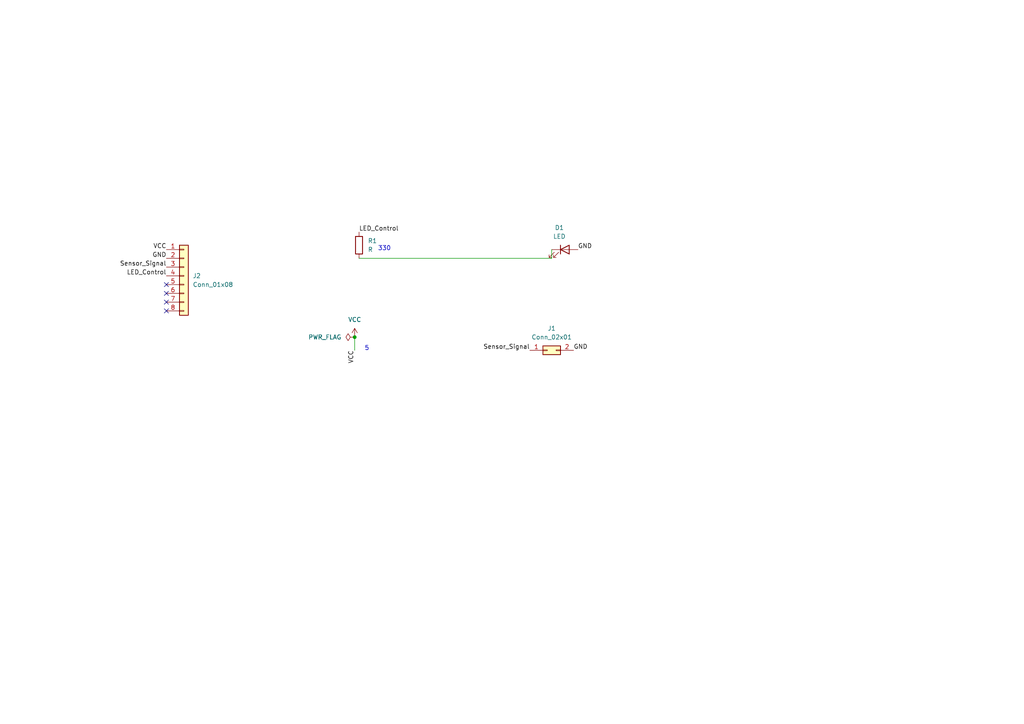
<source format=kicad_sch>
(kicad_sch (version 20250114) (generator "eeschema") (generator_version "9.0")
  (paper "A4")
  (lib_symbols
    (symbol "Connector_Generic:Conn_01x08" (pin_names (offset 1.016) (hide yes))
      (property "Reference" "J" (at 0 10.16 0))
      (property "Value" "Conn_01x08" (at 0 -12.7 0))
      (symbol "Conn_01x08_1_1"
        (rectangle (start -1.27 8.89) (end 1.27 -11.43) (stroke (width 0.254)) (fill (type background)))
        (rectangle (start -1.27 7.747) (end 0 7.493) (stroke (width 0.1524)))
        (rectangle (start -1.27 5.207) (end 0 4.953) (stroke (width 0.1524)))
        (rectangle (start -1.27 2.667) (end 0 2.413) (stroke (width 0.1524)))
        (rectangle (start -1.27 0.127) (end 0 -0.127) (stroke (width 0.1524)))
        (rectangle (start -1.27 -2.413) (end 0 -2.667) (stroke (width 0.1524)))
        (rectangle (start -1.27 -4.953) (end 0 -5.207) (stroke (width 0.1524)))
        (rectangle (start -1.27 -7.493) (end 0 -7.747) (stroke (width 0.1524)))
        (rectangle (start -1.27 -10.033) (end 0 -10.287) (stroke (width 0.1524)))
        (pin passive line (at -5.08 7.62 0) (length 3.81) (name "Pin_1") (number "1"))
        (pin passive line (at -5.08 5.08 0) (length 3.81) (name "Pin_2") (number "2"))
        (pin passive line (at -5.08 2.54 0) (length 3.81) (name "Pin_3") (number "3"))
        (pin passive line (at -5.08 0 0) (length 3.81) (name "Pin_4") (number "4"))
        (pin passive line (at -5.08 -2.54 0) (length 3.81) (name "Pin_5") (number "5"))
        (pin passive line (at -5.08 -5.08 0) (length 3.81) (name "Pin_6") (number "6"))
        (pin passive line (at -5.08 -7.62 0) (length 3.81) (name "Pin_7") (number "7"))
        (pin passive line (at -5.08 -10.16 0) (length 3.81) (name "Pin_8") (number "8"))
      )
    )
    (symbol "Connector_Generic:Conn_02x01" (pin_names (offset 1.016) (hide yes))
      (property "Reference" "J" (at 1.27 2.54 0))
      (property "Value" "Conn_02x01" (at 1.27 -2.54 0))
      (symbol "Conn_02x01_1_1"
        (rectangle (start -1.27 1.27) (end 3.81 -1.27) (stroke (width 0.254)) (fill (type background)))
        (rectangle (start -1.27 0.127) (end 0 -0.127) (stroke (width 0.1524)))
        (rectangle (start 3.81 0.127) (end 2.54 -0.127) (stroke (width 0.1524)))
        (pin passive line (at -5.08 0 0) (length 3.81) (name "Pin_1") (number "1"))
        (pin passive line (at 7.62 0 180) (length 3.81) (name "Pin_2") (number "2"))
      )
    )
    (symbol "Device:LED" (pin_numbers (hide yes)) (pin_names (offset 1.016) (hide yes))
      (property "Reference" "D" (at 0 2.54 0))
      (property "Value" "LED" (at 0 -2.54 0))
      (symbol "LED_0_1"
        (polyline (pts (xy -3.048 -0.762) (xy -4.572 -2.286) (xy -3.81 -2.286) (xy -4.572 -2.286) (xy -4.572 -1.524)))
        (polyline (pts (xy -1.778 -0.762) (xy -3.302 -2.286) (xy -2.54 -2.286) (xy -3.302 -2.286) (xy -3.302 -1.524)))
        (polyline (pts (xy -1.27 0) (xy 1.27 0)))
        (polyline (pts (xy -1.27 -1.27) (xy -1.27 1.27)) (stroke (width 0.254)))
        (polyline (pts (xy 1.27 -1.27) (xy 1.27 1.27) (xy -1.27 0) (xy 1.27 -1.27)) (stroke (width 0.254)))
      )
      (symbol "LED_1_1"
        (pin passive line (at -3.81 0 0) (length 2.54) (name "K") (number "1"))
        (pin passive line (at 3.81 0 180) (length 2.54) (name "A") (number "2"))
      )
    )
    (symbol "Device:R" (pin_numbers (hide yes)) (pin_names (offset 0))
      (property "Reference" "R" (at 2.032 0 90))
      (property "Value" "R" (at 0 0 90))
      (symbol "R_0_1"
        (rectangle (start -1.016 -2.54) (end 1.016 2.54) (stroke (width 0.254)))
      )
      (symbol "R_1_1"
        (pin passive line (at 0 3.81 270) (length 1.27) (name "~") (number "1"))
        (pin passive line (at 0 -3.81 90) (length 1.27) (name "~") (number "2"))
      )
    )
    (symbol "power:PWR_FLAG" (power) (pin_numbers (hide yes)) (pin_names (offset 0) (hide yes))
      (property "Value" "PWR_FLAG" (at 0 3.81 0))
      (symbol "PWR_FLAG_0_0"
        (pin power_out line (at 0 0 90) (length 0) (name "~") (number "1"))
      )
      (symbol "PWR_FLAG_0_1"
        (polyline (pts (xy 0 0) (xy 0 1.27) (xy -1.016 1.905) (xy 0 2.54) (xy 1.016 1.905) (xy 0 1.27)))
      )
    )
    (symbol "power:VCC" (power) (pin_numbers (hide yes)) (pin_names (offset 0) (hide yes))
      (property "Value" "VCC" (at 0 3.556 0))
      (symbol "VCC_0_1"
        (polyline (pts (xy -0.762 1.27) (xy 0 2.54)))
        (polyline (pts (xy 0 2.54) (xy 0.762 1.27)))
        (polyline (pts (xy 0 0) (xy 0 2.54)))
      )
      (symbol "VCC_1_1"
        (pin power_in line (at 0 0 90) (length 0) (name "~") (number "1"))
      )
    )
  )
  (text "5" (at 106.426 101.092 0) (effects (font (size 1.27 1.27))))
  (text "330" (at 111.506 72.136 0) (effects (font (size 1.27 1.27))))
  (junction (at 102.87 97.79))
  (no_connect (at 48.26 85.09))
  (no_connect (at 48.26 82.55))
  (no_connect (at 48.26 87.63))
  (no_connect (at 48.26 90.17))
  (wire (pts (xy 102.87 97.79) (xy 102.87 101.6)))
  (wire (pts (xy 104.14 74.93) (xy 160.02 74.93)))
  (wire (pts (xy 160.02 74.93) (xy 160.02 72.39)))
  (label "Sensor_Signal" (at 153.67 101.6 180))
  (label "VCC" (at 48.26 72.39 180))
  (label "GND" (at 166.37 101.6 0))
  (label "VCC" (at 102.87 101.6 270))
  (label "Sensor_Signal" (at 48.26 77.47 180))
  (label "GND" (at 48.26 74.93 180))
  (label "GND" (at 167.64 72.39 0))
  (label "LED_Control" (at 48.26 80.01 180))
  (label "LED_Control" (at 104.14 67.31 0))
  (symbol (lib_id "Connector_Generic:Conn_02x01") (at 158.75 101.6 0) (unit 1)
    (property "Reference" "J1" (at 160.02 95.25 0))
    (property "Value" "Conn_02x01" (at 160.02 97.79 0))
    (property "Footprint" "Connector_PinHeader_2.54mm:PinHeader_1x02_P2.54mm_Vertical" (effects (hide yes)))
    (property "Description" "Generic connector, double row, 02x01, this symbol is compatible with counter-clockwise, top-bottom and odd-even numbering schemes., script generated (kicad-library-utils/schlib/autogen/connector/)" (effects (hide yes)))
  )
  (symbol (lib_id "power:VCC") (at 102.87 97.79 0) (unit 1)
    (property "Reference" "#PWR01" (effects (hide yes)))
    (property "Value" "VCC" (at 102.87 92.71 0))
    (property "Description" "Power symbol creates a global label with name \"VCC\"" (effects (hide yes)))
  )
  (symbol (lib_id "Connector_Generic:Conn_01x08") (at 53.34 80.01 0) (unit 1)
    (property "Reference" "J2" (at 55.88 80.0099 0) (effects (justify left)))
    (property "Value" "Conn_01x08" (at 55.88 82.5499 0) (effects (justify left)))
    (property "Footprint" "Connector_PinHeader_2.54mm:PinHeader_1x08_P2.54mm_Vertical" (effects (hide yes)))
    (property "Description" "Generic connector, single row, 01x08, script generated (kicad-library-utils/schlib/autogen/connector/)" (effects (hide yes)))
  )
  (symbol (lib_id "power:PWR_FLAG") (at 102.87 97.79 90) (unit 1)
    (property "Reference" "#FLG01" (effects (hide yes)))
    (property "Value" "PWR_FLAG" (at 99.06 97.7899 90) (effects (justify left)))
    (property "Description" "Special symbol for telling ERC where power comes from" (effects (hide yes)))
  )
  (symbol (lib_id "Device:LED") (at 163.83 72.39 0) (unit 1)
    (property "Reference" "D1" (at 162.2425 66.04 0))
    (property "Value" "LED" (at 162.2425 68.58 0))
    (property "Footprint" "LED_THT:LED_D5.0mm" (effects (hide yes)))
    (property "Description" "Light emitting diode" (effects (hide yes)))
    (property "Sim.Pins" "1=K 2=A" (effects (hide yes)))
  )
  (symbol (lib_id "Device:R") (at 104.14 71.12 0) (unit 1)
    (property "Reference" "R1" (at 106.68 69.8499 0) (effects (justify left)))
    (property "Value" "R" (at 106.68 72.3899 0) (effects (justify left)))
    (property "Footprint" "Resistor_THT:R_Axial_DIN0207_L6.3mm_D2.5mm_P7.62mm_Horizontal" (effects (hide yes)))
    (property "Description" "Resistor" (effects (hide yes)))
  )
)
</source>
